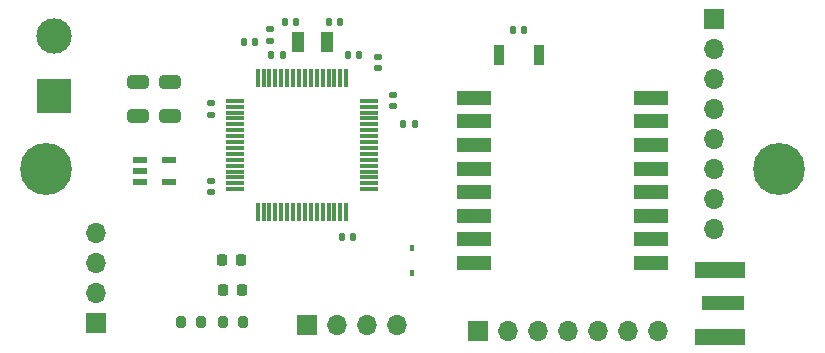
<source format=gbr>
%TF.GenerationSoftware,KiCad,Pcbnew,(6.0.1)*%
%TF.CreationDate,2022-10-05T00:35:00-05:00*%
%TF.ProjectId,PCBFiles_Node,50434246-696c-4657-935f-4e6f64652e6b,rev?*%
%TF.SameCoordinates,Original*%
%TF.FileFunction,Soldermask,Top*%
%TF.FilePolarity,Negative*%
%FSLAX46Y46*%
G04 Gerber Fmt 4.6, Leading zero omitted, Abs format (unit mm)*
G04 Created by KiCad (PCBNEW (6.0.1)) date 2022-10-05 00:35:00*
%MOMM*%
%LPD*%
G01*
G04 APERTURE LIST*
G04 Aperture macros list*
%AMRoundRect*
0 Rectangle with rounded corners*
0 $1 Rounding radius*
0 $2 $3 $4 $5 $6 $7 $8 $9 X,Y pos of 4 corners*
0 Add a 4 corners polygon primitive as box body*
4,1,4,$2,$3,$4,$5,$6,$7,$8,$9,$2,$3,0*
0 Add four circle primitives for the rounded corners*
1,1,$1+$1,$2,$3*
1,1,$1+$1,$4,$5*
1,1,$1+$1,$6,$7*
1,1,$1+$1,$8,$9*
0 Add four rect primitives between the rounded corners*
20,1,$1+$1,$2,$3,$4,$5,0*
20,1,$1+$1,$4,$5,$6,$7,0*
20,1,$1+$1,$6,$7,$8,$9,0*
20,1,$1+$1,$8,$9,$2,$3,0*%
G04 Aperture macros list end*
%ADD10R,3.000000X1.300000*%
%ADD11R,3.000000X3.000000*%
%ADD12C,3.000000*%
%ADD13RoundRect,0.140000X0.140000X0.170000X-0.140000X0.170000X-0.140000X-0.170000X0.140000X-0.170000X0*%
%ADD14RoundRect,0.075000X-0.075000X0.700000X-0.075000X-0.700000X0.075000X-0.700000X0.075000X0.700000X0*%
%ADD15RoundRect,0.075000X-0.700000X0.075000X-0.700000X-0.075000X0.700000X-0.075000X0.700000X0.075000X0*%
%ADD16RoundRect,0.140000X0.170000X-0.140000X0.170000X0.140000X-0.170000X0.140000X-0.170000X-0.140000X0*%
%ADD17RoundRect,0.140000X-0.140000X-0.170000X0.140000X-0.170000X0.140000X0.170000X-0.140000X0.170000X0*%
%ADD18RoundRect,0.250000X0.650000X-0.325000X0.650000X0.325000X-0.650000X0.325000X-0.650000X-0.325000X0*%
%ADD19C,0.700000*%
%ADD20C,4.400000*%
%ADD21RoundRect,0.140000X-0.170000X0.140000X-0.170000X-0.140000X0.170000X-0.140000X0.170000X0.140000X0*%
%ADD22RoundRect,0.147500X-0.147500X-0.172500X0.147500X-0.172500X0.147500X0.172500X-0.147500X0.172500X0*%
%ADD23RoundRect,0.135000X-0.135000X-0.185000X0.135000X-0.185000X0.135000X0.185000X-0.135000X0.185000X0*%
%ADD24RoundRect,0.200000X-0.200000X-0.275000X0.200000X-0.275000X0.200000X0.275000X-0.200000X0.275000X0*%
%ADD25R,1.000000X1.800000*%
%ADD26R,0.900000X1.700000*%
%ADD27RoundRect,0.200000X0.200000X0.275000X-0.200000X0.275000X-0.200000X-0.275000X0.200000X-0.275000X0*%
%ADD28R,1.150000X0.600000*%
%ADD29R,1.700000X1.700000*%
%ADD30O,1.700000X1.700000*%
%ADD31RoundRect,0.218750X-0.218750X-0.256250X0.218750X-0.256250X0.218750X0.256250X-0.218750X0.256250X0*%
%ADD32RoundRect,0.218750X0.218750X0.256250X-0.218750X0.256250X-0.218750X-0.256250X0.218750X-0.256250X0*%
%ADD33R,3.600000X1.270000*%
%ADD34R,4.200000X1.350000*%
%ADD35R,0.450000X0.600000*%
G04 APERTURE END LIST*
D10*
%TO.C,U2*%
X83787500Y-92300000D03*
X83787500Y-94300000D03*
X83787500Y-96300000D03*
X83787500Y-98300000D03*
X83787500Y-100300000D03*
X83787500Y-102300000D03*
X83787500Y-104300000D03*
X83787500Y-106300000D03*
X98787500Y-92300000D03*
X98787500Y-94300000D03*
X98787500Y-96300000D03*
X98787500Y-98300000D03*
X98787500Y-100300000D03*
X98787500Y-102300000D03*
X98787500Y-104300000D03*
X98787500Y-106300000D03*
%TD*%
D11*
%TO.C,J1*%
X48200000Y-92140000D03*
D12*
X48200000Y-87060000D03*
%TD*%
D13*
%TO.C,C13*%
X68730000Y-85855000D03*
X67770000Y-85855000D03*
%TD*%
D14*
%TO.C,U1*%
X72950000Y-90625000D03*
X72450000Y-90625000D03*
X71950000Y-90625000D03*
X71450000Y-90625000D03*
X70950000Y-90625000D03*
X70450000Y-90625000D03*
X69950000Y-90625000D03*
X69450000Y-90625000D03*
X68950000Y-90625000D03*
X68450000Y-90625000D03*
X67950000Y-90625000D03*
X67450000Y-90625000D03*
X66950000Y-90625000D03*
X66450000Y-90625000D03*
X65950000Y-90625000D03*
X65450000Y-90625000D03*
D15*
X63525000Y-92550000D03*
X63525000Y-93050000D03*
X63525000Y-93550000D03*
X63525000Y-94050000D03*
X63525000Y-94550000D03*
X63525000Y-95050000D03*
X63525000Y-95550000D03*
X63525000Y-96050000D03*
X63525000Y-96550000D03*
X63525000Y-97050000D03*
X63525000Y-97550000D03*
X63525000Y-98050000D03*
X63525000Y-98550000D03*
X63525000Y-99050000D03*
X63525000Y-99550000D03*
X63525000Y-100050000D03*
D14*
X65450000Y-101975000D03*
X65950000Y-101975000D03*
X66450000Y-101975000D03*
X66950000Y-101975000D03*
X67450000Y-101975000D03*
X67950000Y-101975000D03*
X68450000Y-101975000D03*
X68950000Y-101975000D03*
X69450000Y-101975000D03*
X69950000Y-101975000D03*
X70450000Y-101975000D03*
X70950000Y-101975000D03*
X71450000Y-101975000D03*
X71950000Y-101975000D03*
X72450000Y-101975000D03*
X72950000Y-101975000D03*
D15*
X74875000Y-100050000D03*
X74875000Y-99550000D03*
X74875000Y-99050000D03*
X74875000Y-98550000D03*
X74875000Y-98050000D03*
X74875000Y-97550000D03*
X74875000Y-97050000D03*
X74875000Y-96550000D03*
X74875000Y-96050000D03*
X74875000Y-95550000D03*
X74875000Y-95050000D03*
X74875000Y-94550000D03*
X74875000Y-94050000D03*
X74875000Y-93550000D03*
X74875000Y-93050000D03*
X74875000Y-92550000D03*
%TD*%
D16*
%TO.C,C10*%
X66500000Y-87480000D03*
X66500000Y-86520000D03*
%TD*%
D17*
%TO.C,C11*%
X66620000Y-88650000D03*
X67580000Y-88650000D03*
%TD*%
D18*
%TO.C,C1*%
X55300000Y-93875000D03*
X55300000Y-90925000D03*
%TD*%
D19*
%TO.C,H1*%
X108433274Y-97133274D03*
X109600000Y-99950000D03*
X111250000Y-98300000D03*
D20*
X109600000Y-98300000D03*
D19*
X109600000Y-96650000D03*
X110766726Y-97133274D03*
X108433274Y-99466726D03*
X110766726Y-99466726D03*
X107950000Y-98300000D03*
%TD*%
D21*
%TO.C,C8*%
X76900000Y-92070000D03*
X76900000Y-93030000D03*
%TD*%
D16*
%TO.C,C3*%
X75650000Y-89780000D03*
X75650000Y-88820000D03*
%TD*%
%TO.C,C6*%
X61500000Y-100280000D03*
X61500000Y-99320000D03*
%TD*%
D22*
%TO.C,L1*%
X64265000Y-87550000D03*
X65235000Y-87550000D03*
%TD*%
D18*
%TO.C,C2*%
X58000000Y-93875000D03*
X58000000Y-90925000D03*
%TD*%
D23*
%TO.C,R1*%
X77790000Y-94550000D03*
X78810000Y-94550000D03*
%TD*%
D24*
%TO.C,R2*%
X62525000Y-111250000D03*
X64175000Y-111250000D03*
%TD*%
D25*
%TO.C,Y1*%
X68850000Y-87600000D03*
X71350000Y-87600000D03*
%TD*%
D26*
%TO.C,RESET*%
X85900000Y-88700000D03*
X89300000Y-88700000D03*
%TD*%
D27*
%TO.C,R3*%
X60625000Y-111250000D03*
X58975000Y-111250000D03*
%TD*%
D17*
%TO.C,C4*%
X73070000Y-88650000D03*
X74030000Y-88650000D03*
%TD*%
D28*
%TO.C,U3*%
X55450000Y-97550000D03*
X55450000Y-98500000D03*
X55450000Y-99450000D03*
X57950000Y-99450000D03*
X57950000Y-97550000D03*
%TD*%
D29*
%TO.C,J4*%
X84100000Y-112075000D03*
D30*
X86640000Y-112075000D03*
X89180000Y-112075000D03*
X91720000Y-112075000D03*
X94260000Y-112075000D03*
X96800000Y-112075000D03*
X99340000Y-112075000D03*
%TD*%
D17*
%TO.C,C9*%
X87045000Y-86550000D03*
X88005000Y-86550000D03*
%TD*%
%TO.C,C12*%
X71470000Y-85855000D03*
X72430000Y-85855000D03*
%TD*%
D13*
%TO.C,C7*%
X73530000Y-104100000D03*
X72570000Y-104100000D03*
%TD*%
D16*
%TO.C,C5*%
X61500000Y-93730000D03*
X61500000Y-92770000D03*
%TD*%
D19*
%TO.C,H2*%
X49150000Y-98300000D03*
X47500000Y-99950000D03*
D20*
X47500000Y-98300000D03*
D19*
X46333274Y-97133274D03*
X48666726Y-99466726D03*
X46333274Y-99466726D03*
X48666726Y-97133274D03*
X47500000Y-96650000D03*
X45850000Y-98300000D03*
%TD*%
D31*
%TO.C,D2*%
X62512500Y-108600000D03*
X64087500Y-108600000D03*
%TD*%
D32*
%TO.C,D3*%
X64037500Y-106050000D03*
X62462500Y-106050000D03*
%TD*%
D29*
%TO.C,J2*%
X69600000Y-111575000D03*
D30*
X72140000Y-111575000D03*
X74680000Y-111575000D03*
X77220000Y-111575000D03*
%TD*%
D33*
%TO.C,J7*%
X104837500Y-109700000D03*
D34*
X104637500Y-112525000D03*
X104637500Y-106875000D03*
%TD*%
D29*
%TO.C,J5*%
X51800000Y-111400000D03*
D30*
X51800000Y-108860000D03*
X51800000Y-106320000D03*
X51800000Y-103780000D03*
%TD*%
D35*
%TO.C,D1*%
X78500000Y-105000000D03*
X78500000Y-107100000D03*
%TD*%
D29*
%TO.C,J3*%
X104100000Y-85600000D03*
D30*
X104100000Y-88140000D03*
X104100000Y-90680000D03*
X104100000Y-93220000D03*
X104100000Y-95760000D03*
X104100000Y-98300000D03*
X104100000Y-100840000D03*
X104100000Y-103380000D03*
%TD*%
M02*

</source>
